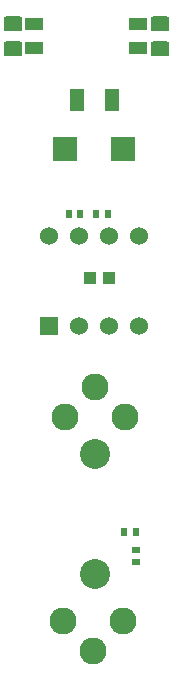
<source format=gbr>
G04 PROTEUS RS274X GERBER FILE*
%FSLAX45Y45*%
%MOMM*%
G01*
%ADD19C,2.286000*%
%AMPPAD018*
4,1,36,
-0.635000,0.762000,
0.635000,0.762000,
0.660970,0.759470,
0.684980,0.752200,
0.706580,0.740650,
0.725290,0.725290,
0.740650,0.706570,
0.752200,0.684980,
0.759470,0.660970,
0.762000,0.635000,
0.762000,-0.635000,
0.759470,-0.660970,
0.752200,-0.684980,
0.740650,-0.706570,
0.725290,-0.725290,
0.706580,-0.740650,
0.684980,-0.752200,
0.660970,-0.759470,
0.635000,-0.762000,
-0.635000,-0.762000,
-0.660970,-0.759470,
-0.684980,-0.752200,
-0.706580,-0.740650,
-0.725290,-0.725290,
-0.740650,-0.706570,
-0.752200,-0.684980,
-0.759470,-0.660970,
-0.762000,-0.635000,
-0.762000,0.635000,
-0.759470,0.660970,
-0.752200,0.684980,
-0.740650,0.706570,
-0.725290,0.725290,
-0.706580,0.740650,
-0.684980,0.752200,
-0.660970,0.759470,
-0.635000,0.762000,
0*%
%ADD26PPAD018*%
%ADD27C,1.524000*%
%AMPPAD020*
4,1,4,
-0.723900,-0.469900,
-0.723900,0.469900,
0.723900,0.469900,
0.723900,-0.469900,
-0.723900,-0.469900,
0*%
%ADD28PPAD020*%
%AMPPAD021*
4,1,36,
0.762000,0.508000,
0.762000,-0.508000,
0.759470,-0.533970,
0.752200,-0.557980,
0.740650,-0.579580,
0.725290,-0.598290,
0.706570,-0.613650,
0.684980,-0.625200,
0.660970,-0.632470,
0.635000,-0.635000,
-0.635000,-0.635000,
-0.660970,-0.632470,
-0.684980,-0.625200,
-0.706570,-0.613650,
-0.725290,-0.598290,
-0.740650,-0.579580,
-0.752200,-0.557980,
-0.759470,-0.533970,
-0.762000,-0.508000,
-0.762000,0.508000,
-0.759470,0.533970,
-0.752200,0.557980,
-0.740650,0.579580,
-0.725290,0.598290,
-0.706570,0.613650,
-0.684980,0.625200,
-0.660970,0.632470,
-0.635000,0.635000,
0.635000,0.635000,
0.660970,0.632470,
0.684980,0.625200,
0.706570,0.613650,
0.725290,0.598290,
0.740650,0.579580,
0.752200,0.557980,
0.759470,0.533970,
0.762000,0.508000,
0*%
%ADD29PPAD021*%
%ADD72C,2.540000*%
%AMPPAD023*
4,1,4,
-0.279400,0.304800,
0.279400,0.304800,
0.279400,-0.304800,
-0.279400,-0.304800,
-0.279400,0.304800,
0*%
%ADD73PPAD023*%
%AMPPAD024*
4,1,4,
0.304800,0.279400,
0.304800,-0.279400,
-0.304800,-0.279400,
-0.304800,0.279400,
0.304800,0.279400,
0*%
%ADD30PPAD024*%
%AMPPAD025*
4,1,4,
0.571500,-0.901700,
-0.571500,-0.901700,
-0.571500,0.901700,
0.571500,0.901700,
0.571500,-0.901700,
0*%
%ADD31PPAD025*%
%AMPPAD026*
4,1,4,
-1.016000,-1.016000,
-1.016000,1.016000,
1.016000,1.016000,
1.016000,-1.016000,
-1.016000,-1.016000,
0*%
%ADD32PPAD026*%
%AMPPAD027*
4,1,4,
0.469900,-0.495300,
-0.469900,-0.495300,
-0.469900,0.495300,
0.469900,0.495300,
0.469900,-0.495300,
0*%
%ADD33PPAD027*%
%TD.AperFunction*%
D19*
X+254000Y-64000D03*
X+0Y+190000D03*
X-254000Y-64000D03*
X-264000Y-1796000D03*
X-10000Y-2050000D03*
X+244000Y-1796000D03*
D26*
X-388000Y+700000D03*
D27*
X-134000Y+700000D03*
X+120000Y+700000D03*
X+374000Y+700000D03*
X+374000Y+1462000D03*
X+120000Y+1462000D03*
X-134000Y+1462000D03*
X-388000Y+1462000D03*
D28*
X-510000Y+3060000D03*
X-510000Y+3260000D03*
X+370000Y+3060000D03*
X+370000Y+3260000D03*
D29*
X-690000Y+3263360D03*
X-690000Y+3050000D03*
X+550000Y+3263360D03*
X+550000Y+3050000D03*
D72*
X+0Y-380000D03*
X+0Y-1396000D03*
D73*
X+250000Y-1040000D03*
X+350000Y-1040000D03*
D30*
X+350000Y-1190000D03*
X+350000Y-1290000D03*
D73*
X-220000Y+1650000D03*
X-120000Y+1650000D03*
X+10000Y+1650000D03*
X+110000Y+1650000D03*
D31*
X+150000Y+2620000D03*
X-150000Y+2620000D03*
D32*
X+240000Y+2204000D03*
X-250000Y+2200000D03*
D33*
X+120000Y+1110000D03*
X-40000Y+1110000D03*
M02*

</source>
